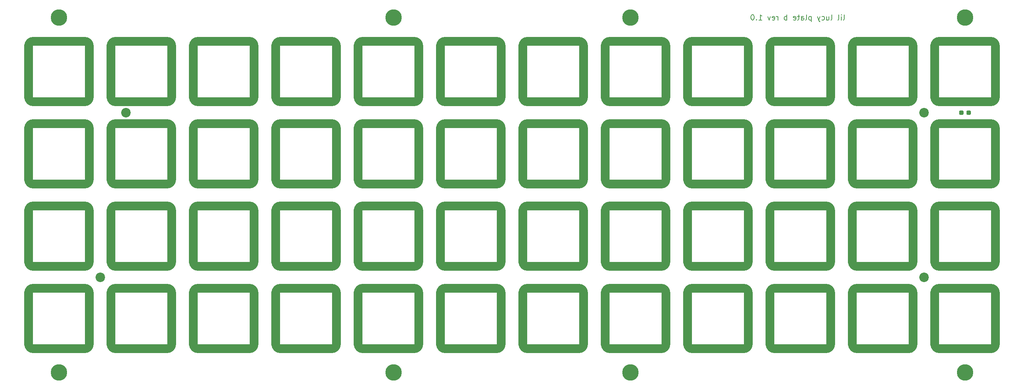
<source format=gbr>
G04 #@! TF.GenerationSoftware,KiCad,Pcbnew,(6.0.5-0)*
G04 #@! TF.CreationDate,2022-06-14T17:56:37-05:00*
G04 #@! TF.ProjectId,plate,706c6174-652e-46b6-9963-61645f706362,rev?*
G04 #@! TF.SameCoordinates,Original*
G04 #@! TF.FileFunction,Soldermask,Bot*
G04 #@! TF.FilePolarity,Negative*
%FSLAX46Y46*%
G04 Gerber Fmt 4.6, Leading zero omitted, Abs format (unit mm)*
G04 Created by KiCad (PCBNEW (6.0.5-0)) date 2022-06-14 17:56:37*
%MOMM*%
%LPD*%
G01*
G04 APERTURE LIST*
G04 Aperture macros list*
%AMRoundRect*
0 Rectangle with rounded corners*
0 $1 Rounding radius*
0 $2 $3 $4 $5 $6 $7 $8 $9 X,Y pos of 4 corners*
0 Add a 4 corners polygon primitive as box body*
4,1,4,$2,$3,$4,$5,$6,$7,$8,$9,$2,$3,0*
0 Add four circle primitives for the rounded corners*
1,1,$1+$1,$2,$3*
1,1,$1+$1,$4,$5*
1,1,$1+$1,$6,$7*
1,1,$1+$1,$8,$9*
0 Add four rect primitives between the rounded corners*
20,1,$1+$1,$2,$3,$4,$5,0*
20,1,$1+$1,$4,$5,$6,$7,0*
20,1,$1+$1,$6,$7,$8,$9,0*
20,1,$1+$1,$8,$9,$2,$3,0*%
G04 Aperture macros list end*
%ADD10C,0.200000*%
%ADD11C,2.000000*%
%ADD12C,2.200000*%
%ADD13C,3.800000*%
%ADD14RoundRect,0.237500X-0.287500X-0.237500X0.287500X-0.237500X0.287500X0.237500X-0.287500X0.237500X0*%
G04 APERTURE END LIST*
D10*
X337391129Y-38070015D02*
X337510176Y-38010491D01*
X337569700Y-37891443D01*
X337569700Y-36820015D01*
X336914938Y-38070015D02*
X336914938Y-37236681D01*
X336914938Y-36820015D02*
X336974462Y-36879539D01*
X336914938Y-36939062D01*
X336855414Y-36879539D01*
X336914938Y-36820015D01*
X336914938Y-36939062D01*
X336141129Y-38070015D02*
X336260176Y-38010491D01*
X336319700Y-37891443D01*
X336319700Y-36820015D01*
X334533986Y-38070015D02*
X334653033Y-38010491D01*
X334712557Y-37891443D01*
X334712557Y-36820015D01*
X333522081Y-37236681D02*
X333522081Y-38070015D01*
X334057795Y-37236681D02*
X334057795Y-37891443D01*
X333998272Y-38010491D01*
X333879224Y-38070015D01*
X333700653Y-38070015D01*
X333581605Y-38010491D01*
X333522081Y-37950967D01*
X332391129Y-38010491D02*
X332510176Y-38070015D01*
X332748272Y-38070015D01*
X332867319Y-38010491D01*
X332926843Y-37950967D01*
X332986367Y-37831919D01*
X332986367Y-37474777D01*
X332926843Y-37355729D01*
X332867319Y-37296205D01*
X332748272Y-37236681D01*
X332510176Y-37236681D01*
X332391129Y-37296205D01*
X331974462Y-37236681D02*
X331676843Y-38070015D01*
X331379224Y-37236681D02*
X331676843Y-38070015D01*
X331795891Y-38367634D01*
X331855414Y-38427158D01*
X331974462Y-38486681D01*
X329950653Y-37236681D02*
X329950653Y-38486681D01*
X329950653Y-37296205D02*
X329831605Y-37236681D01*
X329593510Y-37236681D01*
X329474462Y-37296205D01*
X329414938Y-37355729D01*
X329355414Y-37474777D01*
X329355414Y-37831919D01*
X329414938Y-37950967D01*
X329474462Y-38010491D01*
X329593510Y-38070015D01*
X329831605Y-38070015D01*
X329950653Y-38010491D01*
X328641129Y-38070015D02*
X328760176Y-38010491D01*
X328819700Y-37891443D01*
X328819700Y-36820015D01*
X327629224Y-38070015D02*
X327629224Y-37415253D01*
X327688748Y-37296205D01*
X327807795Y-37236681D01*
X328045891Y-37236681D01*
X328164938Y-37296205D01*
X327629224Y-38010491D02*
X327748272Y-38070015D01*
X328045891Y-38070015D01*
X328164938Y-38010491D01*
X328224462Y-37891443D01*
X328224462Y-37772396D01*
X328164938Y-37653348D01*
X328045891Y-37593824D01*
X327748272Y-37593824D01*
X327629224Y-37534300D01*
X327212557Y-37236681D02*
X326736367Y-37236681D01*
X327033986Y-36820015D02*
X327033986Y-37891443D01*
X326974462Y-38010491D01*
X326855414Y-38070015D01*
X326736367Y-38070015D01*
X325843510Y-38010491D02*
X325962557Y-38070015D01*
X326200653Y-38070015D01*
X326319700Y-38010491D01*
X326379224Y-37891443D01*
X326379224Y-37415253D01*
X326319700Y-37296205D01*
X326200653Y-37236681D01*
X325962557Y-37236681D01*
X325843510Y-37296205D01*
X325783986Y-37415253D01*
X325783986Y-37534300D01*
X326379224Y-37653348D01*
X324295891Y-38070015D02*
X324295891Y-36820015D01*
X324295891Y-37296205D02*
X324176843Y-37236681D01*
X323938748Y-37236681D01*
X323819700Y-37296205D01*
X323760176Y-37355729D01*
X323700653Y-37474777D01*
X323700653Y-37831919D01*
X323760176Y-37950967D01*
X323819700Y-38010491D01*
X323938748Y-38070015D01*
X324176843Y-38070015D01*
X324295891Y-38010491D01*
X322212557Y-38070015D02*
X322212557Y-37236681D01*
X322212557Y-37474777D02*
X322153033Y-37355729D01*
X322093510Y-37296205D01*
X321974462Y-37236681D01*
X321855414Y-37236681D01*
X320962557Y-38010491D02*
X321081605Y-38070015D01*
X321319700Y-38070015D01*
X321438748Y-38010491D01*
X321498272Y-37891443D01*
X321498272Y-37415253D01*
X321438748Y-37296205D01*
X321319700Y-37236681D01*
X321081605Y-37236681D01*
X320962557Y-37296205D01*
X320903033Y-37415253D01*
X320903033Y-37534300D01*
X321498272Y-37653348D01*
X320486367Y-37236681D02*
X320188748Y-38070015D01*
X319891129Y-37236681D01*
X317807795Y-38070015D02*
X318522081Y-38070015D01*
X318164938Y-38070015D02*
X318164938Y-36820015D01*
X318283986Y-36998586D01*
X318403033Y-37117634D01*
X318522081Y-37177158D01*
X317272081Y-37950967D02*
X317212557Y-38010491D01*
X317272081Y-38070015D01*
X317331605Y-38010491D01*
X317272081Y-37950967D01*
X317272081Y-38070015D01*
X316438748Y-36820015D02*
X316319700Y-36820015D01*
X316200653Y-36879539D01*
X316141129Y-36939062D01*
X316081605Y-37058110D01*
X316022081Y-37296205D01*
X316022081Y-37593824D01*
X316081605Y-37831919D01*
X316141129Y-37950967D01*
X316200653Y-38010491D01*
X316319700Y-38070015D01*
X316438748Y-38070015D01*
X316557795Y-38010491D01*
X316617319Y-37950967D01*
X316676843Y-37831919D01*
X316736367Y-37593824D01*
X316736367Y-37296205D01*
X316676843Y-37058110D01*
X316617319Y-36939062D01*
X316557795Y-36879539D01*
X316438748Y-36820015D01*
D11*
X161972530Y-43006460D02*
X149972530Y-43006460D01*
X162972530Y-56006460D02*
X162972530Y-44006460D01*
X161972530Y-57006460D02*
X149972530Y-57006460D01*
X148972530Y-56006460D02*
X148972530Y-44006460D01*
X148972530Y-56006460D02*
G75*
G03*
X149972530Y-57006460I999999J-1D01*
G01*
X161972530Y-57006460D02*
G75*
G03*
X162972530Y-56006460I0J1000000D01*
G01*
X162972530Y-44006460D02*
G75*
G03*
X161972530Y-43006460I-1000000J0D01*
G01*
X149972530Y-43006460D02*
G75*
G03*
X148972530Y-44006460I-1J-999999D01*
G01*
X182022610Y-56006460D02*
X182022610Y-44006460D01*
X168022610Y-56006460D02*
X168022610Y-44006460D01*
X181022610Y-57006460D02*
X169022610Y-57006460D01*
X181022610Y-43006460D02*
X169022610Y-43006460D01*
X169022610Y-43006460D02*
G75*
G03*
X168022610Y-44006460I-1J-999999D01*
G01*
X168022610Y-56006460D02*
G75*
G03*
X169022610Y-57006460I999999J-1D01*
G01*
X181022610Y-57006460D02*
G75*
G03*
X182022610Y-56006460I0J1000000D01*
G01*
X182022610Y-44006460D02*
G75*
G03*
X181022610Y-43006460I-1000000J0D01*
G01*
X200072690Y-43006460D02*
X188072690Y-43006460D01*
X200072690Y-57006460D02*
X188072690Y-57006460D01*
X201072690Y-56006460D02*
X201072690Y-44006460D01*
X187072690Y-56006460D02*
X187072690Y-44006460D01*
X187072690Y-56006460D02*
G75*
G03*
X188072690Y-57006460I999999J-1D01*
G01*
X200072690Y-57006460D02*
G75*
G03*
X201072690Y-56006460I0J1000000D01*
G01*
X188072690Y-43006460D02*
G75*
G03*
X187072690Y-44006460I-1J-999999D01*
G01*
X201072690Y-44006460D02*
G75*
G03*
X200072690Y-43006460I-1000000J0D01*
G01*
X206122770Y-56006460D02*
X206122770Y-44006460D01*
X220122770Y-56006460D02*
X220122770Y-44006460D01*
X219122770Y-43006460D02*
X207122770Y-43006460D01*
X219122770Y-57006460D02*
X207122770Y-57006460D01*
X220122770Y-44006460D02*
G75*
G03*
X219122770Y-43006460I-1000000J0D01*
G01*
X219122770Y-57006460D02*
G75*
G03*
X220122770Y-56006460I0J1000000D01*
G01*
X206122770Y-56006460D02*
G75*
G03*
X207122770Y-57006460I999999J-1D01*
G01*
X207122770Y-43006460D02*
G75*
G03*
X206122770Y-44006460I-1J-999999D01*
G01*
X225172850Y-56006460D02*
X225172850Y-44006460D01*
X239172850Y-56006460D02*
X239172850Y-44006460D01*
X238172850Y-57006460D02*
X226172850Y-57006460D01*
X238172850Y-43006460D02*
X226172850Y-43006460D01*
X238172850Y-57006460D02*
G75*
G03*
X239172850Y-56006460I0J1000000D01*
G01*
X225172850Y-56006460D02*
G75*
G03*
X226172850Y-57006460I999999J-1D01*
G01*
X239172850Y-44006460D02*
G75*
G03*
X238172850Y-43006460I-1000000J0D01*
G01*
X226172850Y-43006460D02*
G75*
G03*
X225172850Y-44006460I-1J-999999D01*
G01*
X334423250Y-56006460D02*
X334423250Y-44006460D01*
X333423250Y-57006460D02*
X321423250Y-57006460D01*
X320423250Y-56006460D02*
X320423250Y-44006460D01*
X333423250Y-43006460D02*
X321423250Y-43006460D01*
X334423250Y-44006460D02*
G75*
G03*
X333423250Y-43006460I-1000000J0D01*
G01*
X320423250Y-56006460D02*
G75*
G03*
X321423250Y-57006460I999999J-1D01*
G01*
X333423250Y-57006460D02*
G75*
G03*
X334423250Y-56006460I0J1000000D01*
G01*
X321423250Y-43006460D02*
G75*
G03*
X320423250Y-44006460I-1J-999999D01*
G01*
X353473330Y-56006460D02*
X353473330Y-44006460D01*
X352473330Y-43006460D02*
X340473330Y-43006460D01*
X339473330Y-56006460D02*
X339473330Y-44006460D01*
X352473330Y-57006460D02*
X340473330Y-57006460D01*
X353473330Y-44006460D02*
G75*
G03*
X352473330Y-43006460I-1000000J0D01*
G01*
X352473330Y-57006460D02*
G75*
G03*
X353473330Y-56006460I0J1000000D01*
G01*
X340473330Y-43006460D02*
G75*
G03*
X339473330Y-44006460I-1J-999999D01*
G01*
X339473330Y-56006460D02*
G75*
G03*
X340473330Y-57006460I999999J-1D01*
G01*
X161972530Y-76056540D02*
X149972530Y-76056540D01*
X148972530Y-75056540D02*
X148972530Y-63056540D01*
X161972530Y-62056540D02*
X149972530Y-62056540D01*
X162972530Y-75056540D02*
X162972530Y-63056540D01*
X161972530Y-76056540D02*
G75*
G03*
X162972530Y-75056540I0J1000000D01*
G01*
X149972530Y-62056540D02*
G75*
G03*
X148972530Y-63056540I-1J-999999D01*
G01*
X162972530Y-63056540D02*
G75*
G03*
X161972530Y-62056540I-1000000J0D01*
G01*
X148972530Y-75056540D02*
G75*
G03*
X149972530Y-76056540I999999J-1D01*
G01*
X201072690Y-75056540D02*
X201072690Y-63056540D01*
X200072690Y-62056540D02*
X188072690Y-62056540D01*
X200072690Y-76056540D02*
X188072690Y-76056540D01*
X187072690Y-75056540D02*
X187072690Y-63056540D01*
X187072690Y-75056540D02*
G75*
G03*
X188072690Y-76056540I999999J-1D01*
G01*
X200072690Y-76056540D02*
G75*
G03*
X201072690Y-75056540I0J1000000D01*
G01*
X201072690Y-63056540D02*
G75*
G03*
X200072690Y-62056540I-1000000J0D01*
G01*
X188072690Y-62056540D02*
G75*
G03*
X187072690Y-63056540I-1J-999999D01*
G01*
X239172850Y-75056540D02*
X239172850Y-63056540D01*
X225172850Y-75056540D02*
X225172850Y-63056540D01*
X238172850Y-76056540D02*
X226172850Y-76056540D01*
X238172850Y-62056540D02*
X226172850Y-62056540D01*
X225172850Y-75056540D02*
G75*
G03*
X226172850Y-76056540I999999J-1D01*
G01*
X238172850Y-76056540D02*
G75*
G03*
X239172850Y-75056540I0J1000000D01*
G01*
X239172850Y-63056540D02*
G75*
G03*
X238172850Y-62056540I-1000000J0D01*
G01*
X226172850Y-62056540D02*
G75*
G03*
X225172850Y-63056540I-1J-999999D01*
G01*
X257222930Y-62056540D02*
X245222930Y-62056540D01*
X258222930Y-75056540D02*
X258222930Y-63056540D01*
X257222930Y-76056540D02*
X245222930Y-76056540D01*
X244222930Y-75056540D02*
X244222930Y-63056540D01*
X257222930Y-76056540D02*
G75*
G03*
X258222930Y-75056540I0J1000000D01*
G01*
X244222930Y-75056540D02*
G75*
G03*
X245222930Y-76056540I999999J-1D01*
G01*
X258222930Y-63056540D02*
G75*
G03*
X257222930Y-62056540I-1000000J0D01*
G01*
X245222930Y-62056540D02*
G75*
G03*
X244222930Y-63056540I-1J-999999D01*
G01*
X276273010Y-76056540D02*
X264273010Y-76056540D01*
X277273010Y-75056540D02*
X277273010Y-63056540D01*
X276273010Y-62056540D02*
X264273010Y-62056540D01*
X263273010Y-75056540D02*
X263273010Y-63056540D01*
X264273010Y-62056540D02*
G75*
G03*
X263273010Y-63056540I-1J-999999D01*
G01*
X277273010Y-63056540D02*
G75*
G03*
X276273010Y-62056540I-1000000J0D01*
G01*
X263273010Y-75056540D02*
G75*
G03*
X264273010Y-76056540I999999J-1D01*
G01*
X276273010Y-76056540D02*
G75*
G03*
X277273010Y-75056540I0J1000000D01*
G01*
X295323090Y-76056540D02*
X283323090Y-76056540D01*
X282323090Y-75056540D02*
X282323090Y-63056540D01*
X295323090Y-62056540D02*
X283323090Y-62056540D01*
X296323090Y-75056540D02*
X296323090Y-63056540D01*
X295323090Y-76056540D02*
G75*
G03*
X296323090Y-75056540I0J1000000D01*
G01*
X282323090Y-75056540D02*
G75*
G03*
X283323090Y-76056540I999999J-1D01*
G01*
X296323090Y-63056540D02*
G75*
G03*
X295323090Y-62056540I-1000000J0D01*
G01*
X283323090Y-62056540D02*
G75*
G03*
X282323090Y-63056540I-1J-999999D01*
G01*
X301373170Y-75056540D02*
X301373170Y-63056540D01*
X314373170Y-62056540D02*
X302373170Y-62056540D01*
X315373170Y-75056540D02*
X315373170Y-63056540D01*
X314373170Y-76056540D02*
X302373170Y-76056540D01*
X301373170Y-75056540D02*
G75*
G03*
X302373170Y-76056540I999999J-1D01*
G01*
X302373170Y-62056540D02*
G75*
G03*
X301373170Y-63056540I-1J-999999D01*
G01*
X315373170Y-63056540D02*
G75*
G03*
X314373170Y-62056540I-1000000J0D01*
G01*
X314373170Y-76056540D02*
G75*
G03*
X315373170Y-75056540I0J1000000D01*
G01*
X333423250Y-76056540D02*
X321423250Y-76056540D01*
X333423250Y-62056540D02*
X321423250Y-62056540D01*
X334423250Y-75056540D02*
X334423250Y-63056540D01*
X320423250Y-75056540D02*
X320423250Y-63056540D01*
X333423250Y-76056540D02*
G75*
G03*
X334423250Y-75056540I0J1000000D01*
G01*
X321423250Y-62056540D02*
G75*
G03*
X320423250Y-63056540I-1J-999999D01*
G01*
X334423250Y-63056540D02*
G75*
G03*
X333423250Y-62056540I-1000000J0D01*
G01*
X320423250Y-75056540D02*
G75*
G03*
X321423250Y-76056540I999999J-1D01*
G01*
X339473330Y-75056540D02*
X339473330Y-63056540D01*
X352473330Y-76056540D02*
X340473330Y-76056540D01*
X352473330Y-62056540D02*
X340473330Y-62056540D01*
X353473330Y-75056540D02*
X353473330Y-63056540D01*
X339473330Y-75056540D02*
G75*
G03*
X340473330Y-76056540I999999J-1D01*
G01*
X352473330Y-76056540D02*
G75*
G03*
X353473330Y-75056540I0J1000000D01*
G01*
X340473330Y-62056540D02*
G75*
G03*
X339473330Y-63056540I-1J-999999D01*
G01*
X353473330Y-63056540D02*
G75*
G03*
X352473330Y-62056540I-1000000J0D01*
G01*
X372523410Y-75056540D02*
X372523410Y-63056540D01*
X358523410Y-75056540D02*
X358523410Y-63056540D01*
X371523410Y-76056540D02*
X359523410Y-76056540D01*
X371523410Y-62056540D02*
X359523410Y-62056540D01*
X372523410Y-63056540D02*
G75*
G03*
X371523410Y-62056540I-1000000J0D01*
G01*
X371523410Y-76056540D02*
G75*
G03*
X372523410Y-75056540I0J1000000D01*
G01*
X358523410Y-75056540D02*
G75*
G03*
X359523410Y-76056540I999999J-1D01*
G01*
X359523410Y-62056540D02*
G75*
G03*
X358523410Y-63056540I-1J-999999D01*
G01*
X161972530Y-81106620D02*
X149972530Y-81106620D01*
X148972530Y-94106620D02*
X148972530Y-82106620D01*
X162972530Y-94106620D02*
X162972530Y-82106620D01*
X161972530Y-95106620D02*
X149972530Y-95106620D01*
X148972530Y-94106620D02*
G75*
G03*
X149972530Y-95106620I999999J-1D01*
G01*
X149972530Y-81106620D02*
G75*
G03*
X148972530Y-82106620I-1J-999999D01*
G01*
X162972530Y-82106620D02*
G75*
G03*
X161972530Y-81106620I-1000000J0D01*
G01*
X161972530Y-95106620D02*
G75*
G03*
X162972530Y-94106620I0J1000000D01*
G01*
X181022610Y-95106620D02*
X169022610Y-95106620D01*
X168022610Y-94106620D02*
X168022610Y-82106620D01*
X182022610Y-94106620D02*
X182022610Y-82106620D01*
X181022610Y-81106620D02*
X169022610Y-81106620D01*
X169022610Y-81106620D02*
G75*
G03*
X168022610Y-82106620I-1J-999999D01*
G01*
X181022610Y-95106620D02*
G75*
G03*
X182022610Y-94106620I0J1000000D01*
G01*
X168022610Y-94106620D02*
G75*
G03*
X169022610Y-95106620I999999J-1D01*
G01*
X182022610Y-82106620D02*
G75*
G03*
X181022610Y-81106620I-1000000J0D01*
G01*
X201072690Y-94106620D02*
X201072690Y-82106620D01*
X200072690Y-95106620D02*
X188072690Y-95106620D01*
X187072690Y-94106620D02*
X187072690Y-82106620D01*
X200072690Y-81106620D02*
X188072690Y-81106620D01*
X201072690Y-82106620D02*
G75*
G03*
X200072690Y-81106620I-1000000J0D01*
G01*
X187072690Y-94106620D02*
G75*
G03*
X188072690Y-95106620I999999J-1D01*
G01*
X188072690Y-81106620D02*
G75*
G03*
X187072690Y-82106620I-1J-999999D01*
G01*
X200072690Y-95106620D02*
G75*
G03*
X201072690Y-94106620I0J1000000D01*
G01*
X206122770Y-94106620D02*
X206122770Y-82106620D01*
X220122770Y-94106620D02*
X220122770Y-82106620D01*
X219122770Y-81106620D02*
X207122770Y-81106620D01*
X219122770Y-95106620D02*
X207122770Y-95106620D01*
X219122770Y-95106620D02*
G75*
G03*
X220122770Y-94106620I0J1000000D01*
G01*
X206122770Y-94106620D02*
G75*
G03*
X207122770Y-95106620I999999J-1D01*
G01*
X207122770Y-81106620D02*
G75*
G03*
X206122770Y-82106620I-1J-999999D01*
G01*
X220122770Y-82106620D02*
G75*
G03*
X219122770Y-81106620I-1000000J0D01*
G01*
X238172850Y-81106620D02*
X226172850Y-81106620D01*
X225172850Y-94106620D02*
X225172850Y-82106620D01*
X239172850Y-94106620D02*
X239172850Y-82106620D01*
X238172850Y-95106620D02*
X226172850Y-95106620D01*
X239172850Y-82106620D02*
G75*
G03*
X238172850Y-81106620I-1000000J0D01*
G01*
X226172850Y-81106620D02*
G75*
G03*
X225172850Y-82106620I-1J-999999D01*
G01*
X225172850Y-94106620D02*
G75*
G03*
X226172850Y-95106620I999999J-1D01*
G01*
X238172850Y-95106620D02*
G75*
G03*
X239172850Y-94106620I0J1000000D01*
G01*
X244222930Y-94106620D02*
X244222930Y-82106620D01*
X257222930Y-95106620D02*
X245222930Y-95106620D01*
X258222930Y-94106620D02*
X258222930Y-82106620D01*
X257222930Y-81106620D02*
X245222930Y-81106620D01*
X245222930Y-81106620D02*
G75*
G03*
X244222930Y-82106620I-1J-999999D01*
G01*
X244222930Y-94106620D02*
G75*
G03*
X245222930Y-95106620I999999J-1D01*
G01*
X257222930Y-95106620D02*
G75*
G03*
X258222930Y-94106620I0J1000000D01*
G01*
X258222930Y-82106620D02*
G75*
G03*
X257222930Y-81106620I-1000000J0D01*
G01*
X276273010Y-81106620D02*
X264273010Y-81106620D01*
X276273010Y-95106620D02*
X264273010Y-95106620D01*
X263273010Y-94106620D02*
X263273010Y-82106620D01*
X277273010Y-94106620D02*
X277273010Y-82106620D01*
X264273010Y-81106620D02*
G75*
G03*
X263273010Y-82106620I-1J-999999D01*
G01*
X276273010Y-95106620D02*
G75*
G03*
X277273010Y-94106620I0J1000000D01*
G01*
X277273010Y-82106620D02*
G75*
G03*
X276273010Y-81106620I-1000000J0D01*
G01*
X263273010Y-94106620D02*
G75*
G03*
X264273010Y-95106620I999999J-1D01*
G01*
X295323090Y-81106620D02*
X283323090Y-81106620D01*
X282323090Y-94106620D02*
X282323090Y-82106620D01*
X295323090Y-95106620D02*
X283323090Y-95106620D01*
X296323090Y-94106620D02*
X296323090Y-82106620D01*
X282323090Y-94106620D02*
G75*
G03*
X283323090Y-95106620I999999J-1D01*
G01*
X283323090Y-81106620D02*
G75*
G03*
X282323090Y-82106620I-1J-999999D01*
G01*
X296323090Y-82106620D02*
G75*
G03*
X295323090Y-81106620I-1000000J0D01*
G01*
X295323090Y-95106620D02*
G75*
G03*
X296323090Y-94106620I0J1000000D01*
G01*
X314373170Y-95106620D02*
X302373170Y-95106620D01*
X301373170Y-94106620D02*
X301373170Y-82106620D01*
X314373170Y-81106620D02*
X302373170Y-81106620D01*
X315373170Y-94106620D02*
X315373170Y-82106620D01*
X315373170Y-82106620D02*
G75*
G03*
X314373170Y-81106620I-1000000J0D01*
G01*
X314373170Y-95106620D02*
G75*
G03*
X315373170Y-94106620I0J1000000D01*
G01*
X301373170Y-94106620D02*
G75*
G03*
X302373170Y-95106620I999999J-1D01*
G01*
X302373170Y-81106620D02*
G75*
G03*
X301373170Y-82106620I-1J-999999D01*
G01*
X333423250Y-95106620D02*
X321423250Y-95106620D01*
X333423250Y-81106620D02*
X321423250Y-81106620D01*
X320423250Y-94106620D02*
X320423250Y-82106620D01*
X334423250Y-94106620D02*
X334423250Y-82106620D01*
X333423250Y-95106620D02*
G75*
G03*
X334423250Y-94106620I0J1000000D01*
G01*
X320423250Y-94106620D02*
G75*
G03*
X321423250Y-95106620I999999J-1D01*
G01*
X334423250Y-82106620D02*
G75*
G03*
X333423250Y-81106620I-1000000J0D01*
G01*
X321423250Y-81106620D02*
G75*
G03*
X320423250Y-82106620I-1J-999999D01*
G01*
X353473330Y-94106620D02*
X353473330Y-82106620D01*
X339473330Y-94106620D02*
X339473330Y-82106620D01*
X352473330Y-95106620D02*
X340473330Y-95106620D01*
X352473330Y-81106620D02*
X340473330Y-81106620D01*
X340473330Y-81106620D02*
G75*
G03*
X339473330Y-82106620I-1J-999999D01*
G01*
X353473330Y-82106620D02*
G75*
G03*
X352473330Y-81106620I-1000000J0D01*
G01*
X352473330Y-95106620D02*
G75*
G03*
X353473330Y-94106620I0J1000000D01*
G01*
X339473330Y-94106620D02*
G75*
G03*
X340473330Y-95106620I999999J-1D01*
G01*
X358523410Y-94106620D02*
X358523410Y-82106620D01*
X372523410Y-94106620D02*
X372523410Y-82106620D01*
X371523410Y-81106620D02*
X359523410Y-81106620D01*
X371523410Y-95106620D02*
X359523410Y-95106620D01*
X371523410Y-95106620D02*
G75*
G03*
X372523410Y-94106620I0J1000000D01*
G01*
X372523410Y-82106620D02*
G75*
G03*
X371523410Y-81106620I-1000000J0D01*
G01*
X358523410Y-94106620D02*
G75*
G03*
X359523410Y-95106620I999999J-1D01*
G01*
X359523410Y-81106620D02*
G75*
G03*
X358523410Y-82106620I-1J-999999D01*
G01*
X181022610Y-100156700D02*
X169022610Y-100156700D01*
X168022610Y-113156700D02*
X168022610Y-101156700D01*
X182022610Y-113156700D02*
X182022610Y-101156700D01*
X181022610Y-114156700D02*
X169022610Y-114156700D01*
X169022610Y-100156700D02*
G75*
G03*
X168022610Y-101156700I-1J-999999D01*
G01*
X168022610Y-113156700D02*
G75*
G03*
X169022610Y-114156700I999999J-1D01*
G01*
X181022610Y-114156700D02*
G75*
G03*
X182022610Y-113156700I0J1000000D01*
G01*
X182022610Y-101156700D02*
G75*
G03*
X181022610Y-100156700I-1000000J0D01*
G01*
X200072690Y-100156700D02*
X188072690Y-100156700D01*
X200072690Y-114156700D02*
X188072690Y-114156700D01*
X201072690Y-113156700D02*
X201072690Y-101156700D01*
X187072690Y-113156700D02*
X187072690Y-101156700D01*
X200072690Y-114156700D02*
G75*
G03*
X201072690Y-113156700I0J1000000D01*
G01*
X201072690Y-101156700D02*
G75*
G03*
X200072690Y-100156700I-1000000J0D01*
G01*
X188072690Y-100156700D02*
G75*
G03*
X187072690Y-101156700I-1J-999999D01*
G01*
X187072690Y-113156700D02*
G75*
G03*
X188072690Y-114156700I999999J-1D01*
G01*
X206122770Y-113156700D02*
X206122770Y-101156700D01*
X220122770Y-113156700D02*
X220122770Y-101156700D01*
X219122770Y-114156700D02*
X207122770Y-114156700D01*
X219122770Y-100156700D02*
X207122770Y-100156700D01*
X219122770Y-114156700D02*
G75*
G03*
X220122770Y-113156700I0J1000000D01*
G01*
X206122770Y-113156700D02*
G75*
G03*
X207122770Y-114156700I999999J-1D01*
G01*
X207122770Y-100156700D02*
G75*
G03*
X206122770Y-101156700I-1J-999999D01*
G01*
X220122770Y-101156700D02*
G75*
G03*
X219122770Y-100156700I-1000000J0D01*
G01*
X238172850Y-100156700D02*
X226172850Y-100156700D01*
X225172850Y-113156700D02*
X225172850Y-101156700D01*
X238172850Y-114156700D02*
X226172850Y-114156700D01*
X239172850Y-113156700D02*
X239172850Y-101156700D01*
X225172850Y-113156700D02*
G75*
G03*
X226172850Y-114156700I999999J-1D01*
G01*
X239172850Y-101156700D02*
G75*
G03*
X238172850Y-100156700I-1000000J0D01*
G01*
X226172850Y-100156700D02*
G75*
G03*
X225172850Y-101156700I-1J-999999D01*
G01*
X238172850Y-114156700D02*
G75*
G03*
X239172850Y-113156700I0J1000000D01*
G01*
X244222930Y-113156700D02*
X244222930Y-101156700D01*
X257222930Y-100156700D02*
X245222930Y-100156700D01*
X258222930Y-113156700D02*
X258222930Y-101156700D01*
X257222930Y-114156700D02*
X245222930Y-114156700D01*
X245222930Y-100156700D02*
G75*
G03*
X244222930Y-101156700I-1J-999999D01*
G01*
X258222930Y-101156700D02*
G75*
G03*
X257222930Y-100156700I-1000000J0D01*
G01*
X244222930Y-113156700D02*
G75*
G03*
X245222930Y-114156700I999999J-1D01*
G01*
X257222930Y-114156700D02*
G75*
G03*
X258222930Y-113156700I0J1000000D01*
G01*
X276273010Y-114156700D02*
X264273010Y-114156700D01*
X276273010Y-100156700D02*
X264273010Y-100156700D01*
X263273010Y-113156700D02*
X263273010Y-101156700D01*
X277273010Y-113156700D02*
X277273010Y-101156700D01*
X263273010Y-113156700D02*
G75*
G03*
X264273010Y-114156700I999999J-1D01*
G01*
X276273010Y-114156700D02*
G75*
G03*
X277273010Y-113156700I0J1000000D01*
G01*
X264273010Y-100156700D02*
G75*
G03*
X263273010Y-101156700I-1J-999999D01*
G01*
X277273010Y-101156700D02*
G75*
G03*
X276273010Y-100156700I-1000000J0D01*
G01*
X295323090Y-114156700D02*
X283323090Y-114156700D01*
X296323090Y-113156700D02*
X296323090Y-101156700D01*
X295323090Y-100156700D02*
X283323090Y-100156700D01*
X282323090Y-113156700D02*
X282323090Y-101156700D01*
X282323090Y-113156700D02*
G75*
G03*
X283323090Y-114156700I999999J-1D01*
G01*
X295323090Y-114156700D02*
G75*
G03*
X296323090Y-113156700I0J1000000D01*
G01*
X296323090Y-101156700D02*
G75*
G03*
X295323090Y-100156700I-1000000J0D01*
G01*
X283323090Y-100156700D02*
G75*
G03*
X282323090Y-101156700I-1J-999999D01*
G01*
X314373170Y-100156700D02*
X302373170Y-100156700D01*
X315373170Y-113156700D02*
X315373170Y-101156700D01*
X314373170Y-114156700D02*
X302373170Y-114156700D01*
X301373170Y-113156700D02*
X301373170Y-101156700D01*
X315373170Y-101156700D02*
G75*
G03*
X314373170Y-100156700I-1000000J0D01*
G01*
X314373170Y-114156700D02*
G75*
G03*
X315373170Y-113156700I0J1000000D01*
G01*
X301373170Y-113156700D02*
G75*
G03*
X302373170Y-114156700I999999J-1D01*
G01*
X302373170Y-100156700D02*
G75*
G03*
X301373170Y-101156700I-1J-999999D01*
G01*
X334423250Y-113156700D02*
X334423250Y-101156700D01*
X333423250Y-100156700D02*
X321423250Y-100156700D01*
X320423250Y-113156700D02*
X320423250Y-101156700D01*
X333423250Y-114156700D02*
X321423250Y-114156700D01*
X333423250Y-114156700D02*
G75*
G03*
X334423250Y-113156700I0J1000000D01*
G01*
X320423250Y-113156700D02*
G75*
G03*
X321423250Y-114156700I999999J-1D01*
G01*
X321423250Y-100156700D02*
G75*
G03*
X320423250Y-101156700I-1J-999999D01*
G01*
X334423250Y-101156700D02*
G75*
G03*
X333423250Y-100156700I-1000000J0D01*
G01*
X352473330Y-114160000D02*
X340473330Y-114160000D01*
X339473330Y-113160000D02*
X339473330Y-101160000D01*
X353473330Y-113160000D02*
X353473330Y-101160000D01*
X352473330Y-100160000D02*
X340473330Y-100160000D01*
X340473330Y-100160000D02*
G75*
G03*
X339473330Y-101160000I-1J-999999D01*
G01*
X352473330Y-114160000D02*
G75*
G03*
X353473330Y-113160000I0J1000000D01*
G01*
X339473330Y-113160000D02*
G75*
G03*
X340473330Y-114160000I999999J-1D01*
G01*
X353473330Y-101160000D02*
G75*
G03*
X352473330Y-100160000I-1000000J0D01*
G01*
X371523410Y-100156700D02*
X359523410Y-100156700D01*
X372523410Y-113156700D02*
X372523410Y-101156700D01*
X358523410Y-113156700D02*
X358523410Y-101156700D01*
X371523410Y-114156700D02*
X359523410Y-114156700D01*
X358523410Y-113156700D02*
G75*
G03*
X359523410Y-114156700I999999J-1D01*
G01*
X359523410Y-100156700D02*
G75*
G03*
X358523410Y-101156700I-1J-999999D01*
G01*
X372523410Y-101156700D02*
G75*
G03*
X371523410Y-100156700I-1000000J0D01*
G01*
X371523410Y-114156700D02*
G75*
G03*
X372523410Y-113156700I0J1000000D01*
G01*
X162972530Y-113156700D02*
X162972530Y-101156700D01*
X148972530Y-113156700D02*
X148972530Y-101156700D01*
X161972530Y-114156700D02*
X149972530Y-114156700D01*
X161972530Y-100156700D02*
X149972530Y-100156700D01*
X162972530Y-101156700D02*
G75*
G03*
X161972530Y-100156700I-1000000J0D01*
G01*
X149972530Y-100156700D02*
G75*
G03*
X148972530Y-101156700I-1J-999999D01*
G01*
X161972530Y-114156700D02*
G75*
G03*
X162972530Y-113156700I0J1000000D01*
G01*
X148972530Y-113156700D02*
G75*
G03*
X149972530Y-114156700I999999J-1D01*
G01*
X168022610Y-75056540D02*
X168022610Y-63056540D01*
X182022610Y-75056540D02*
X182022610Y-63056540D01*
X181022610Y-76056540D02*
X169022610Y-76056540D01*
X181022610Y-62056540D02*
X169022610Y-62056540D01*
X181022610Y-76056540D02*
G75*
G03*
X182022610Y-75056540I0J1000000D01*
G01*
X182022610Y-63056540D02*
G75*
G03*
X181022610Y-62056540I-1000000J0D01*
G01*
X169022610Y-62056540D02*
G75*
G03*
X168022610Y-63056540I-1J-999999D01*
G01*
X168022610Y-75056540D02*
G75*
G03*
X169022610Y-76056540I999999J-1D01*
G01*
X371523410Y-57006460D02*
X359523410Y-57006460D01*
X372523410Y-56006460D02*
X372523410Y-44006460D01*
X371523410Y-43006460D02*
X359523410Y-43006460D01*
X358523410Y-56006460D02*
X358523410Y-44006460D01*
X371523410Y-57006460D02*
G75*
G03*
X372523410Y-56006460I0J1000000D01*
G01*
X359523410Y-43006460D02*
G75*
G03*
X358523410Y-44006460I-1J-999999D01*
G01*
X372523410Y-44006460D02*
G75*
G03*
X371523410Y-43006460I-1000000J0D01*
G01*
X358523410Y-56006460D02*
G75*
G03*
X359523410Y-57006460I999999J-1D01*
G01*
X206122770Y-75056540D02*
X206122770Y-63056540D01*
X220122770Y-75056540D02*
X220122770Y-63056540D01*
X219122770Y-76056540D02*
X207122770Y-76056540D01*
X219122770Y-62056540D02*
X207122770Y-62056540D01*
X219122770Y-76056540D02*
G75*
G03*
X220122770Y-75056540I0J1000000D01*
G01*
X220122770Y-63056540D02*
G75*
G03*
X219122770Y-62056540I-1000000J0D01*
G01*
X207122770Y-62056540D02*
G75*
G03*
X206122770Y-63056540I-1J-999999D01*
G01*
X206122770Y-75056540D02*
G75*
G03*
X207122770Y-76056540I999999J-1D01*
G01*
X257223314Y-57006460D02*
X245223314Y-57006460D01*
X244223314Y-56006460D02*
X244223314Y-44006460D01*
X257223314Y-43006460D02*
X245223314Y-43006460D01*
X258223314Y-56006460D02*
X258223314Y-44006460D01*
X257223314Y-57006460D02*
G75*
G03*
X258223314Y-56006460I0J1000000D01*
G01*
X245223314Y-43006460D02*
G75*
G03*
X244223314Y-44006460I-1J-999999D01*
G01*
X258223314Y-44006460D02*
G75*
G03*
X257223314Y-43006460I-1000000J0D01*
G01*
X244223314Y-56006460D02*
G75*
G03*
X245223314Y-57006460I999999J-1D01*
G01*
X263273330Y-56006460D02*
X263273330Y-44006460D01*
X276273330Y-57006460D02*
X264273330Y-57006460D01*
X277273330Y-56006460D02*
X277273330Y-44006460D01*
X276273330Y-43006460D02*
X264273330Y-43006460D01*
X264273330Y-43006460D02*
G75*
G03*
X263273330Y-44006460I-1J-999999D01*
G01*
X263273330Y-56006460D02*
G75*
G03*
X264273330Y-57006460I999999J-1D01*
G01*
X277273330Y-44006460D02*
G75*
G03*
X276273330Y-43006460I-1000000J0D01*
G01*
X276273330Y-57006460D02*
G75*
G03*
X277273330Y-56006460I0J1000000D01*
G01*
X295323346Y-43006460D02*
X283323346Y-43006460D01*
X295323346Y-57006460D02*
X283323346Y-57006460D01*
X296323346Y-56006460D02*
X296323346Y-44006460D01*
X282323346Y-56006460D02*
X282323346Y-44006460D01*
X283323346Y-43006460D02*
G75*
G03*
X282323346Y-44006460I-1J-999999D01*
G01*
X296323346Y-44006460D02*
G75*
G03*
X295323346Y-43006460I-1000000J0D01*
G01*
X282323346Y-56006460D02*
G75*
G03*
X283323346Y-57006460I999999J-1D01*
G01*
X295323346Y-57006460D02*
G75*
G03*
X296323346Y-56006460I0J1000000D01*
G01*
X301373362Y-56006460D02*
X301373362Y-44006460D01*
X315373362Y-56006460D02*
X315373362Y-44006460D01*
X314373362Y-43006460D02*
X302373362Y-43006460D01*
X314373362Y-57006460D02*
X302373362Y-57006460D01*
X302373362Y-43006460D02*
G75*
G03*
X301373362Y-44006460I-1J-999999D01*
G01*
X315373362Y-44006460D02*
G75*
G03*
X314373362Y-43006460I-1000000J0D01*
G01*
X301373362Y-56006460D02*
G75*
G03*
X302373362Y-57006460I999999J-1D01*
G01*
X314373362Y-57006460D02*
G75*
G03*
X315373362Y-56006460I0J1000000D01*
G01*
D12*
X355997174Y-97631332D03*
X165497014Y-97631332D03*
X355997174Y-59531300D03*
X171450144Y-59531300D03*
D13*
X365520998Y-119657745D03*
X288130308Y-119657745D03*
X233362696Y-119657745D03*
X155972006Y-119657745D03*
X365520998Y-37504539D03*
X288130308Y-37504539D03*
X233362696Y-37504719D03*
X155972006Y-37504719D03*
D14*
X364647182Y-59531300D03*
X366397182Y-59531300D03*
M02*

</source>
